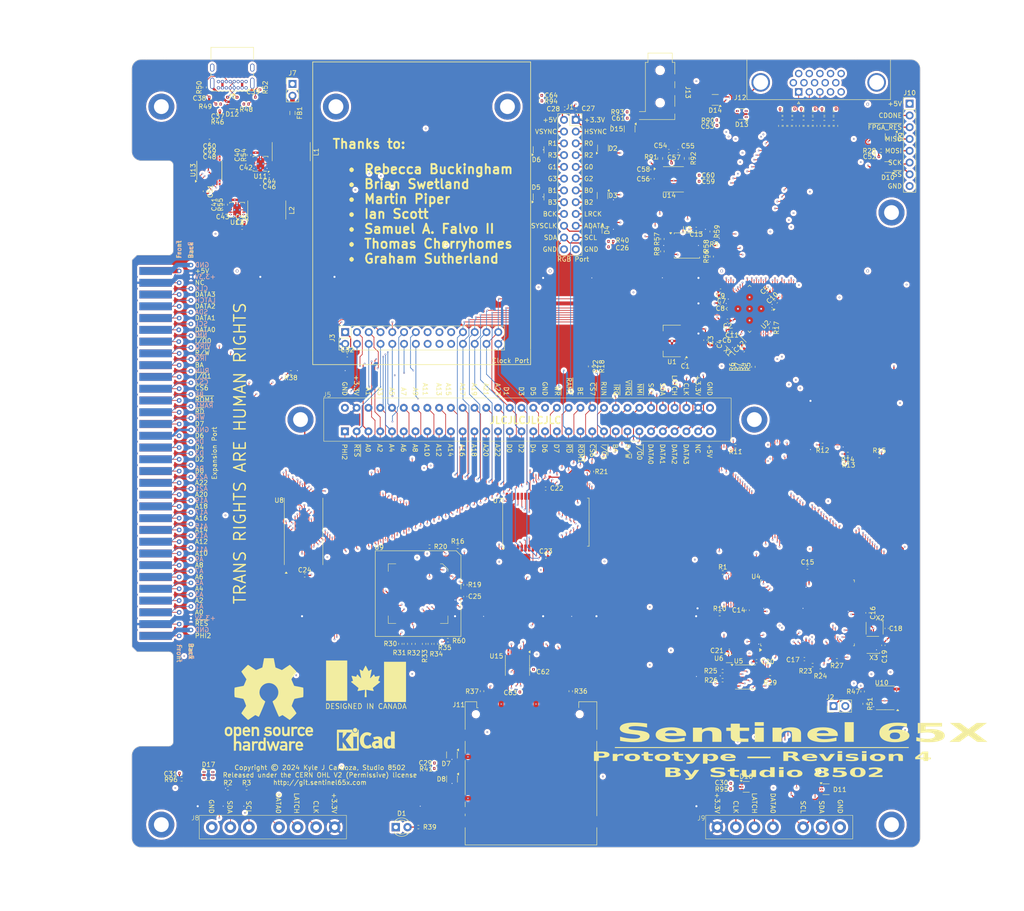
<source format=kicad_pcb>
(kicad_pcb
	(version 20240108)
	(generator "pcbnew")
	(generator_version "8.0")
	(general
		(thickness 1.6)
		(legacy_teardrops no)
	)
	(paper "A3")
	(layers
		(0 "F.Cu" signal)
		(1 "In1.Cu" signal)
		(2 "In2.Cu" signal)
		(3 "In3.Cu" signal)
		(4 "In4.Cu" signal)
		(31 "B.Cu" signal)
		(32 "B.Adhes" user "B.Adhesive")
		(33 "F.Adhes" user "F.Adhesive")
		(34 "B.Paste" user)
		(35 "F.Paste" user)
		(36 "B.SilkS" user "B.Silkscreen")
		(37 "F.SilkS" user "F.Silkscreen")
		(38 "B.Mask" user)
		(39 "F.Mask" user)
		(40 "Dwgs.User" user "User.Drawings")
		(41 "Cmts.User" user "User.Comments")
		(42 "Eco1.User" user "User.Eco1")
		(43 "Eco2.User" user "User.Eco2")
		(44 "Edge.Cuts" user)
		(45 "Margin" user)
		(46 "B.CrtYd" user "B.Courtyard")
		(47 "F.CrtYd" user "F.Courtyard")
		(48 "B.Fab" user)
		(49 "F.Fab" user)
		(50 "User.1" user)
		(51 "User.2" user)
		(52 "User.3" user)
		(53 "User.4" user)
		(54 "User.5" user)
		(55 "User.6" user)
		(56 "User.7" user)
		(57 "User.8" user)
		(58 "User.9" user)
	)
	(setup
		(stackup
			(layer "F.SilkS"
				(type "Top Silk Screen")
				(color "White")
			)
			(layer "F.Paste"
				(type "Top Solder Paste")
			)
			(layer "F.Mask"
				(type "Top Solder Mask")
				(color "Red")
				(thickness 0.01)
			)
			(layer "F.Cu"
				(type "copper")
				(thickness 0.035)
			)
			(layer "dielectric 1"
				(type "prepreg")
				(thickness 0.1)
				(material "FR4")
				(epsilon_r 4.5)
				(loss_tangent 0.02)
			)
			(layer "In1.Cu"
				(type "copper")
				(thickness 0.035)
			)
			(layer "dielectric 2"
				(type "core")
				(thickness 0.535)
				(material "FR4")
				(epsilon_r 4.5)
				(loss_tangent 0.02)
			)
			(layer "In2.Cu"
				(type "copper")
				(thickness 0.035)
			)
			(layer "dielectric 3"
				(type "prepreg")
				(thickness 0.1)
				(material "FR4")
				(epsilon_r 4.5)
				(loss_tangent 0.02)
			)
			(layer "In3.Cu"
				(type "copper")
				(thickness 0.035)
			)
			(layer "dielectric 4"
				(type "core")
				(thickness 0.535)
				(material "FR4")
				(epsilon_r 4.5)
				(loss_tangent 0.02)
			)
			(layer "In4.Cu"
				(type "copper")
				(thickness 0.035)
			)
			(layer "dielectric 5"
				(type "prepreg")
				(thickness 0.1)
				(material "FR4")
				(epsilon_r 4.5)
				(loss_tangent 0.02)
			)
			(layer "B.Cu"
				(type "copper")
				(thickness 0.035)
			)
			(layer "B.Mask"
				(type "Bottom Solder Mask")
				(color "Red")
				(thickness 0.01)
			)
			(layer "B.Paste"
				(type "Bottom Solder Paste")
			)
			(layer "B.SilkS"
				(type "Bottom Silk Screen")
				(color "White")
			)
			(copper_finish "ENIG")
			(dielectric_constraints no)
			(edge_connector bevelled)
		)
		(pad_to_mask_clearance 0)
		(solder_mask_min_width 0.1016)
		(allow_soldermask_bridges_in_footprints no)
		(grid_origin 120.8025 60.105)
		(pcbplotparams
			(layerselection 0x00010fc_ffffffff)
			(plot_on_all_layers_selection 0x0000000_00000000)
			(disableapertmacros no)
			(usegerberextensions no)
			(usegerberattributes yes)
			(usegerberadvancedattributes yes)
			(creategerberjobfile yes)
			(dashed_line_dash_ratio 12.000000)
			(dashed_line_gap_ratio 3.000000)
			(svgprecision 4)
			(plotframeref no)
			(viasonmask no)
			(mode 1)
			(useauxorigin no)
			(hpglpennumber 1)
			(hpglpenspeed 20)
			(hpglpendiameter 15.000000)
			(pdf_front_fp_property_popups yes)
			(pdf_back_fp_property_popups yes)
			(dxfpolygonmode yes)
			(dxfimperialunits yes)
			(dxfusepcbnewfont yes)
			(psnegative no)
			(psa4output no)
			(plotreference yes)
			(plotvalue yes)
			(plotfptext yes)
			(plotinvisibletext no)
			(sketchpadsonfab no)
			(subtractmaskfromsilk no)
			(outputformat 1)
			(mirror no)
			(drillshape 0)
			(scaleselection 1)
			(outputdirectory "Gerbers/")
		)
	)
	(net 0 "")
	(net 1 "+3.3V")
	(net 2 "GND")
	(net 3 "+1V2")
	(net 4 "+5V")
	(net 5 "Net-(D12-GND)")
	(net 6 "VBUS")
	(net 7 "Net-(U11-EN)")
	(net 8 "Net-(U12-EN)")
	(net 9 "Net-(D1-A)")
	(net 10 "Net-(J7-Pin_2)")
	(net 11 "/AV Port/RGB_R_{1}")
	(net 12 "/AV Port/RGB_R_{2}")
	(net 13 "/AV Port/SCL")
	(net 14 "/AV Port/RGB_R_{0}")
	(net 15 "/AV Port/RGB_B_{0}")
	(net 16 "/AV Port/VSYNC")
	(net 17 "/AV Port/SDA")
	(net 18 "/AV Port/RGB_G_{1}")
	(net 19 "/AV Port/RGB_R_{3}")
	(net 20 "/AV Port/HSYNC")
	(net 21 "/AV Port/RGB_G_{3}")
	(net 22 "/AV Port/RGB_B_{2}")
	(net 23 "/AV Port/ADATA")
	(net 24 "/AV Port/RGB_G_{2}")
	(net 25 "/AV Port/RGB_B_{3}")
	(net 26 "/AV Port/BCK")
	(net 27 "/AV Port/RGB_B_{1}")
	(net 28 "/AV Port/LRCK")
	(net 29 "SYSCLK")
	(net 30 "/AV Port/SNES_LATCH")
	(net 31 "/AV Port/SNES_DATA_{2}")
	(net 32 "/AV Port/~{SD_WP}")
	(net 33 "/Cartridge Port/CDONE")
	(net 34 "/AV Port/LED_{0}")
	(net 35 "/Cartridge Port/~{RES_BTN}")
	(net 36 "/AV Port/SNES_DATA_{1}")
	(net 37 "/AV Port/SNES_CLK")
	(net 38 "/AV Port/MOSI")
	(net 39 "/AV Port/LED_{1}")
	(net 40 "/AV Port/~{SPI_SS}")
	(net 41 "/AV Port/SNES_DATA_{0}")
	(net 42 "/AV Port/SNES_DATA_{3}")
	(net 43 "/AV Port/SCK")
	(net 44 "/AV Port/MISO")
	(net 45 "/AV Port/~{SD_CD}")
	(net 46 "/Cartridge Port/A_{0}")
	(net 47 "/Cartridge Port/D_{1}")
	(net 48 "/Cartridge Port/A_{5}")
	(net 49 "/AV Port/RXD")
	(net 50 "/Cartridge Port/D_{7}")
	(net 51 "/Cartridge Port/D_{6}")
	(net 52 "/Cartridge Port/A_{1}")
	(net 53 "/Cartridge Port/~{RES}")
	(net 54 "/Cartridge Port/A_{2}")
	(net 55 "/Cartridge Port/A_{4}")
	(net 56 "/AV Port/TXD")
	(net 57 "/Cartridge Port/~{RD}")
	(net 58 "/Cartridge Port/D_{0}")
	(net 59 "/Cartridge Port/~{WR}")
	(net 60 "/AV Port/~{RTS}")
	(net 61 "/Cartridge Port/~{IRQ}")
	(net 62 "/Cartridge Port/D_{5}")
	(net 63 "/Cartridge Port/PHI2")
	(net 64 "/Cartridge Port/D_{3}")
	(net 65 "/Cartridge Port/A_{3}")
	(net 66 "/Cartridge Port/D_{2}")
	(net 67 "/Cartridge Port/~{CS}_{1}")
	(net 68 "/AV Port/~{CTS}")
	(net 69 "/Cartridge Port/D_{4}")
	(net 70 "/Cartridge Port/BE")
	(net 71 "/Cartridge Port/~{CS}_{0}")
	(net 72 "/Cartridge Port/~{ROM}_{1}")
	(net 73 "/Cartridge Port/A_{19}")
	(net 74 "/Cartridge Port/A_{16}")
	(net 75 "/Cartridge Port/A_{21}")
	(net 76 "/Cartridge Port/A_{20}")
	(net 77 "/Cartridge Port/R{slash}~{W}")
	(net 78 "/Cartridge Port/A_{17}")
	(net 79 "/Cartridge Port/A_{23}")
	(net 80 "/Cartridge Port/A_{12}")
	(net 81 "/Cartridge Port/A_{9}")
	(net 82 "/Cartridge Port/A_{14}")
	(net 83 "/Cartridge Port/A_{22}")
	(net 84 "/Cartridge Port/A_{6}")
	(net 85 "/Cartridge Port/A_{10}")
	(net 86 "/Cartridge Port/A_{8}")
	(net 87 "/Cartridge Port/A_{11}")
	(net 88 "/Cartridge Port/A_{15}")
	(net 89 "/Cartridge Port/~{CS}_{7}")
	(net 90 "/Cartridge Port/~{CS}_{6}")
	(net 91 "/Cartridge Port/A_{18}")
	(net 92 "/Cartridge Port/~{VIRQ}")
	(net 93 "/Cartridge Port/~{NMI}")
	(net 94 "/Cartridge Port/RUN")
	(net 95 "/Cartridge Port/BA")
	(net 96 "/Cartridge Port/~{RAM}_{1}")
	(net 97 "/AV Port/~{CART}")
	(net 98 "/Cartridge Port/A_{13}")
	(net 99 "/Cartridge Port/A_{7}")
	(net 100 "Net-(J7-Pin_1)")
	(net 101 "Net-(J6-CC2)")
	(net 102 "Net-(J6-CC1)")
	(net 103 "/AV Port/~{FPGA_SS}")
	(net 104 "/Cartridge Port/~{FPGA_RES}")
	(net 105 "Net-(U11-L2)")
	(net 106 "Net-(U11-L1)")
	(net 107 "Net-(U12-L2)")
	(net 108 "Net-(U12-L1)")
	(net 109 "Net-(U2A-IOT_45a_G1)")
	(net 110 "Net-(D12-I{slash}O2)")
	(net 111 "/Cartridge Port/~{CS}_{4}")
	(net 112 "/Cartridge Port/~{CS}_{5}")
	(net 113 "/W65C265S CPU/CPU_MOSI")
	(net 114 "/W65C265S CPU/CPU_MISO")
	(net 115 "/W65C265S CPU/~{CPU_SS}")
	(net 116 "/W65C265S CPU/CPU_SCK")
	(net 117 "/Cartridge Port/~{RAM}_{0}")
	(net 118 "/Cartridge Port/~{ROM}_{0}")
	(net 119 "/AV Port/~{FLASH_SS}")
	(net 120 "unconnected-(U4D-P62-Pad20)")
	(net 121 "unconnected-(U4A-NC-Pad51)")
	(net 122 "unconnected-(U4A-NC-Pad76)")
	(net 123 "unconnected-(U4A-NC-Pad28)")
	(net 124 "unconnected-(U4A-NC-Pad27)")
	(net 125 "unconnected-(U4A-NC-Pad30)")
	(net 126 "unconnected-(U4C-TG1-Pad95)")
	(net 127 "unconnected-(U4A-NC-Pad54)")
	(net 128 "unconnected-(U4A-NC-Pad79)")
	(net 129 "unconnected-(U4C-TG0-Pad94)")
	(net 130 "unconnected-(U4A-NC-Pad4)")
	(net 131 "/W65C265S CPU/FCLK")
	(net 132 "unconnected-(U4A-NC-Pad3)")
	(net 133 "/W65C265S CPU/CLK")
	(net 134 "unconnected-(U4A-NC-Pad29)")
	(net 135 "unconnected-(U4C-~{FCLKO}-Pad33)")
	(net 136 "unconnected-(U4C-~{CLKO}-Pad37)")
	(net 137 "unconnected-(U4A-NC-Pad2)")
	(net 138 "unconnected-(U4A-NC-Pad77)")
	(net 139 "unconnected-(U4A-NC-Pad52)")
	(net 140 "unconnected-(U4A-NC-Pad78)")
	(net 141 "unconnected-(U4A-NC-Pad53)")
	(net 142 "unconnected-(U4A-NC-Pad1)")
	(net 143 "/W65C265S CPU/FPGA_WRITE")
	(net 144 "unconnected-(U6-NC-Pad1)")
	(net 145 "unconnected-(U7-NC-Pad2)")
	(net 146 "unconnected-(U7-NC-Pad22)")
	(net 147 "unconnected-(U7-NC-Pad24)")
	(net 148 "unconnected-(U7-NC-Pad43)")
	(net 149 "unconnected-(U7-NC-Pad23)")
	(net 150 "unconnected-(U7-NC-Pad44)")
	(net 151 "unconnected-(U7-NC-Pad1)")
	(net 152 "unconnected-(U7-NC-Pad21)")
	(net 153 "unconnected-(U9-I{slash}O-Pad18)")
	(net 154 "unconnected-(U13-3V3OUT-Pad10)")
	(net 155 "unconnected-(U13-CBUS0-Pad15)")
	(net 156 "unconnected-(U13-CBUS3-Pad16)")
	(net 157 "unconnected-(U13-CBUS2-Pad7)")
	(net 158 "unconnected-(U13-CBUS1-Pad14)")
	(net 159 "/Power Supply/D+")
	(net 160 "/Power Supply/D-")
	(net 161 "Net-(U3-~{WP})")
	(net 162 "Net-(U3-~{HOLD})")
	(net 163 "Net-(U2A-IOT_48b)")
	(net 164 "Net-(D12-I{slash}O1)")
	(net 165 "Net-(J11-DAT2)")
	(net 166 "Net-(J11-DAT1)")
	(net 167 "unconnected-(J12-Pad4)")
	(net 168 "unconnected-(J12-Pad11)")
	(net 169 "unconnected-(J12-Pad15)")
	(net 170 "unconnected-(J12-Pad12)")
	(net 171 "unconnected-(J12-Pad9)")
	(net 172 "Net-(R53-Pad2)")
	(net 173 "Net-(R53-Pad1)")
	(net 174 "Net-(R63-Pad2)")
	(net 175 "Net-(R70-Pad1)")
	(net 176 "Net-(R71-Pad2)")
	(net 177 "Net-(R73-Pad2)")
	(net 178 "Net-(R80-Pad1)")
	(net 179 "Net-(R82-Pad2)")
	(net 180 "Net-(R84-Pad2)")
	(net 181 "Net-(U14-CPCB)")
	(net 182 "Net-(U14-CPCA)")
	(net 183 "Net-(U14-VMID)")
	(net 184 "Net-(U14-CPVOUTN)")
	(net 185 "Net-(U14-LINEVOUTL)")
	(net 186 "Net-(U14-LINEVOUTR)")
	(net 187 "Net-(D15-I{slash}O2)")
	(net 188 "Net-(D15-I{slash}O1)")
	(net 189 "Net-(D15-GND)")
	(net 190 "unconnected-(D15-I{slash}O4-Pad6)")
	(net 191 "unconnected-(D15-I{slash}O3-Pad4)")
	(net 192 "Net-(D13-GND)")
	(net 193 "Net-(D13-I{slash}O1)")
	(net 194 "Net-(D13-I{slash}O3)")
	(net 195 "Net-(D13-I{slash}O2)")
	(net 196 "unconnected-(D13-I{slash}O4-Pad6)")
	(net 197 "unconnected-(D14-I{slash}O4-Pad6)")
	(net 198 "unconnected-(D14-I{slash}O3-Pad4)")
	(net 199 "Net-(D2-GND)")
	(net 200 "Net-(D5-GND)")
	(net 201 "/AV Port/RGB_G_{0}")
	(net 202 "Net-(D7-GND)")
	(net 203 "Net-(D7-I{slash}O4)")
	(net 204 "unconnected-(D8-I{slash}O3-Pad4)")
	(net 205 "unconnected-(D8-I{slash}O2-Pad3)")
	(net 206 "Net-(D7-I{slash}O3)")
	(net 207 "Net-(D7-I{slash}O2)")
	(net 208 "Net-(D7-I{slash}O1)")
	(net 209 "Net-(D10-GND)")
	(net 210 "unconnected-(D10-I{slash}O4-Pad6)")
	(net 211 "unconnected-(D10-I{slash}O3-Pad4)")
	(net 212 "Net-(D11-GND)")
	(net 213 "unconnected-(D16-I{slash}O1-Pad1)")
	(net 214 "unconnected-(D11-I{slash}O1-Pad1)")
	(net 215 "Net-(D17-GND)")
	(footprint "Resistor_SMD:R_0402_1005Metric" (layer "F.Cu") (at 228.862751 91.342246 90))
	(footprint "Resistor_SMD:R_0402_1005Metric" (layer "F.Cu") (at 139.188871 207.19415))
	(footprint "Package_TO_SOT_SMD:SOT-363_SC-70-6" (layer "F.Cu") (at 183.477655 200.009064 -90))
	(footprint "Capacitor_SMD:C_0402_1005Metric" (layer "F.Cu") (at 246.269804 112.75924 45))
	(footprint "Resistor_SMD:R_0402_1005Metric" (layer "F.Cu") (at 175.189674 176.042359 90))
	(footprint "Package_TO_SOT_SMD:SOT-363_SC-70-6" (layer "F.Cu") (at 214.680158 86.74969 -90))
	(footprint "Package_TO_SOT_SMD:SOT-363_SC-70-6" (layer "F.Cu") (at 246.94064 206.893542))
	(footprint "Resistor_SMD:R_0402_1005Metric" (layer "F.Cu") (at 186.37482 163.301714 90))
	(footprint "Inductor_SMD:L_0805_2012Metric" (layer "F.Cu") (at 149.080057 61.47655 -90))
	(footprint "Resistor_SMD:R_0402_1005Metric" (layer "F.Cu") (at 276.016807 69.618509))
	(footprint "Resistor_SMD:R_0402_1005Metric" (layer "F.Cu") (at 261.263363 180.614839))
	(footprint "Capacitor_SMD:C_0402_1005Metric" (layer "F.Cu") (at 217.727967 90.368983))
	(footprint "Resistor_SMD:R_0402_1005Metric" (layer "F.Cu") (at 272.058514 186.320109 -90))
	(footprint "Capacitor_SMD:C_0402_1005Metric" (layer "F.Cu") (at 133.345 81.233137 90))
	(footprint "Resistor_SMD:R_0402_1005Metric" (layer "F.Cu") (at 254.750631 61.605 180))
	(footprint "Sentinel 65X - Prototype 4 V2:SNES Controller Port" (layer "F.Cu") (at 142.9525 215.59 180))
	(footprint "Package_LCC:PLCC-28_SMD-Socket" (layer "F.Cu") (at 176.1775 165.1975 -90))
	(footprint "Resistor_SMD:R_0402_1005Metric" (layer "F.Cu") (at 262.948089 181.824685 180))
	(footprint "Resistor_SMD:R_0402_1005Metric" (layer "F.Cu") (at 256.874369 62.605))
	(footprint "Capacitor_SMD:C_0402_1005Metric" (layer "F.Cu") (at 241.404504 99.807613 180))
	(footprint "Capacitor_SMD:C_0402_1005Metric" (layer "F.Cu") (at 203.687661 142.548138 180))
	(footprint "Resistor_SMD:R_0402_1005Metric" (layer "F.Cu") (at 246.20504 116.26345 90))
	(footprint "Resistor_SMD:R_0402_1005Metric" (layer "F.Cu") (at 265.3025 64.2575 -90))
	(footprint "Package_QFP:PQFP-100_14x20mm_P0.65mm" (layer "F.Cu") (at 260.16845 169.35 90))
	(footprint "Package_TO_SOT_SMD:SOT-363_SC-70-6" (layer "F.Cu") (at 130.965458 204.337557))
	(footprint "Package_DFN_QFN:QFN-48-1EP_7x7mm_P0.5mm_EP5.6x5.6mm" (layer "F.Cu") (at 247.665 103.74 -135))
	(footprint "Resistor_SMD:R_0402_1005Metric" (layer "F.Cu") (at 256.874369 60.595 180))
	(footprint "Capacitor_SMD:C_0402_1005Metric" (layer "F.Cu") (at 134.022187 82.730935 180))
	(footprint "Resistor_SMD:R_0402_1005Metric"
		(layer "F.Cu")
		(uuid "1fd90968-4b11-4e5a-b41b-1cc1de21c372")
		(at 135.161688 207.19415)
		(descr "Resistor SMD 0402 (1005 Metric), square (rectangular) end terminal, IPC_7351 nominal, (Body size source: IPC-SM-782 page 72, https://www.pcb-3d.com/wordpress/wp-content/uploads/ipc-sm-782a_amendment_1_and_2.pdf), generated with kicad-footprint-generator")
		(tags "resistor")
		(property "Reference" "R2"
			(at 0 -1.17 0)
			(layer "F.SilkS")
			(uuid "a9cbeb9a-2663-4e6d-b334-07ee6f1d9500")
			(effects
				(font
					(size 1 1)
					(thickness 0.15)
				)
			)
		)
		(property "Value" "10KΩ"
			(at 0 1.17 0)
			(layer "F.Fab")
			(uuid "ace0b7de-b54c-4c14-98ee-6a67c624379c")
			(effects
				(font
					(size 1 1)
					(thickness 0.15)
				)
			)
		)
		(property "Footprint" "Resistor_SMD:R_0402_1005Metric"
			(at 0 0 0)
			(unlocked yes)
			(layer "F.Fab")
			(hide yes)
			(uuid "0bf8c01e-b7ec-49b2-a00f-1eb6e870cde0")
			(effects
				(font
					(size 1.27 1.27)
				)
			)
		)
		(property "Datasheet" ""
			(at 0 0 0)
			(unlocked yes)
			(layer "F.Fab")
			(hide yes)
			(uuid "36dc0894-f88b-49dc-a2e4-c749e6fc3676")
			(effects
				(font
					(size 1.27 1.27)
				)
			)
		)
		(property "Description" "Resistor"
			(at 0 0 0)
			(unlocked yes)
			(layer "F.Fab")
			(hide yes)
			(uuid "57c80d05-97f3-4f44-aa90-1efe7dc8dd6b")
			(effects
				(font
					(size 1.27 1.27)
				)
			)
		)
		(property ki_fp_filters "R_*")
		(path "/c734b520-9164-4d52-bd29-12f10f7f8664/8702068d-b606-411c-b10a-61bb7a80e25d")
		(sheetname "W65C265S CPU")
		(sheetfile "W65C265S CPU.kicad_sch")
		(attr smd)
		(fp_line
			(start -0.153641 -0.38)
			(end 0.153641 -0.38)
			(stroke
				(width 0.12)
				(type solid)
			)
			(layer "F.SilkS")
			(uuid "3dd66ebb-ecb9-4630-9cd0-8fcd3887e0e8")
		)
		(fp_line
			(start -0.153641 0.38)
			(end 0.153641 0.38)
			(stroke
				(width 0.12)
				(type solid)
			)
			(layer "F.SilkS")
			(uuid "09ec2d59-f9b7-4128-a2b8-5f86a3388f25")
		)
		(fp_line
			(start -0.93 -0.47)
			(end 0.93 -0.47)
			(stroke
				(width 0.05)
				(type solid)
			)
			(layer "F.CrtYd")
			(uuid "8352e9b6-b726-4152-8ae0-95d432e8325a")
		)
		(fp_line
			(start -0.93 0.47)
			(end -0.93 -0.47)
			(stroke
				(width 0.05)
				(type solid)
			)
			(layer "F.CrtYd")
			(uuid "e4ccd2ff-be64-4fe8-9eb9-c1c4332f2f18")
		)
		(fp_line
			(start 0.93 -0.47)
			(end 0.93 0.47)
			(stroke
				(width 0.05)
				(type solid)
			)
			(layer "F.CrtYd")
			(uuid "28c557c5-82be-4c7b-ab63-120a2e4187b7")
		)
		(fp_line
			(
... [6531163 chars truncated]
</source>
